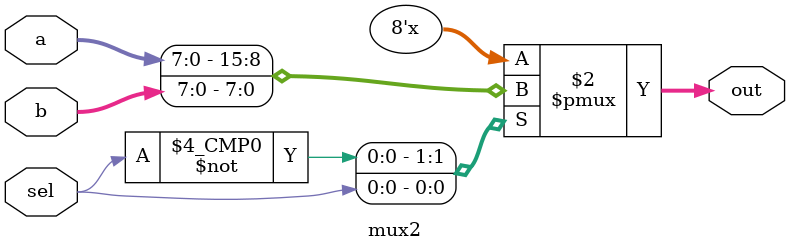
<source format=v>
`timescale 1ns / 1ps
`define n 8

module mux2 #(parameter size = 8)(a, b, sel, out);
    input [size-1:0] a, b;
    input sel;
    output reg [size-1:0] out;
    
    always @(sel)
        case(sel)
            1'b0: out = a;
            1'b1: out = b;
        endcase
    // assign output = sel ? a : b
    
endmodule

</source>
